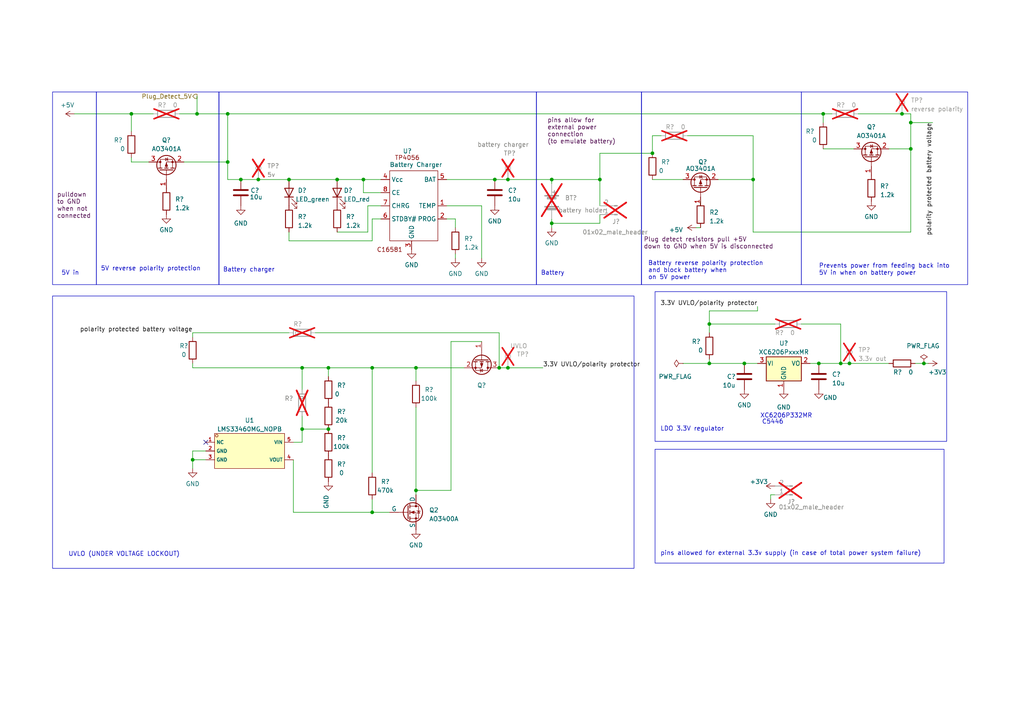
<source format=kicad_sch>
(kicad_sch (version 20230121) (generator eeschema)
  (paper "A4")
  (title_block (title "Power Subsystem Schematic") (date "2023-03-11") (rev "0.10") (company "UCT") (comment 1 "Author: Kian Frassek") (comment 2 "voltage regulation, undervoltage protection and reverse polarity protection circuitry") (comment 3 "Shows the battery, battery charger, "))
  (lib_symbols
    (symbol "Connector:Conn_01x02_Pin" (pin_names (offset 1.016) hide)
      (property "Reference" "J" (at 0 2.54 0))
      (property "Value" "Conn_01x02_Pin" (at 0 -5.08 0))
      (symbol "Conn_01x02_Pin_1_1"
        (polyline (pts (xy 1.27 -2.54) (xy 0.8636 -2.54)) (stroke (width 0.1524)))
        (polyline (pts (xy 1.27 0) (xy 0.8636 0)) (stroke (width 0.1524)))
        (rectangle (start 0.8636 -2.413) (end 0 -2.667) (stroke (width 0.1524)) (fill (type outline)))
        (rectangle (start 0.8636 0.127) (end 0 -0.127) (stroke (width 0.1524)) (fill (type outline)))
        (pin passive line (at 5.08 0 180) (length 3.81) (name "Pin_1") (number "1"))
        (pin passive line (at 5.08 -2.54 180) (length 3.81) (name "Pin_2") (number "2"))
      )
    )
    (symbol "Connector:TestPoint" (pin_numbers hide) (pin_names (offset 0.762) hide)
      (property "Reference" "TP" (at 0 6.858 0))
      (property "Value" "TestPoint" (at 0 5.08 0))
      (symbol "TestPoint_0_1"
        (circle (center 0 3.302) (radius 0.762))
      )
      (symbol "TestPoint_1_1"
        (pin passive line (at 0 0 90) (length 2.54) (name "1") (number "1"))
      )
    )
    (symbol "Device:Battery" (pin_numbers hide) (pin_names (offset 0) hide)
      (property "Reference" "BT" (at 2.54 2.54 0))
      (property "Value" "Battery" (at 2.54 0 0))
      (symbol "Battery_0_1"
        (rectangle (start -2.032 -1.397) (end 2.032 -1.651) (fill (type outline)))
        (rectangle (start -2.032 1.778) (end 2.032 1.524) (fill (type outline)))
        (rectangle (start -1.3208 -1.9812) (end 1.27 -2.4892) (fill (type outline)))
        (rectangle (start -1.3208 1.1938) (end 1.27 0.6858) (fill (type outline)))
        (polyline (pts (xy 0 -1.524) (xy 0 -1.27)))
        (polyline (pts (xy 0 -1.016) (xy 0 -0.762)))
        (polyline (pts (xy 0 -0.508) (xy 0 -0.254)))
        (polyline (pts (xy 0 0) (xy 0 0.254)))
        (polyline (pts (xy 0 0.508) (xy 0 0.762)))
        (polyline (pts (xy 0 1.778) (xy 0 2.54)))
        (polyline (pts (xy 0.254 2.667) (xy 1.27 2.667)) (stroke (width 0.254)))
        (polyline (pts (xy 0.762 3.175) (xy 0.762 2.159)) (stroke (width 0.254)))
      )
      (symbol "Battery_1_1"
        (pin passive line (at 0 5.08 270) (length 2.54) (name "+") (number "1"))
        (pin passive line (at 0 -5.08 90) (length 2.54) (name "-") (number "2"))
      )
    )
    (symbol "Device:C" (pin_numbers hide) (pin_names (offset 0.254))
      (property "Reference" "C" (at 0.635 2.54 0))
      (property "Value" "C" (at 0.635 -2.54 0))
      (symbol "C_0_1"
        (polyline (pts (xy -2.032 -0.762) (xy 2.032 -0.762)) (stroke (width 0.508)))
        (polyline (pts (xy -2.032 0.762) (xy 2.032 0.762)) (stroke (width 0.508)))
      )
      (symbol "C_1_1"
        (pin passive line (at 0 3.81 270) (length 2.794) (name "~") (number "1"))
        (pin passive line (at 0 -3.81 90) (length 2.794) (name "~") (number "2"))
      )
    )
    (symbol "Device:LED" (pin_numbers hide) (pin_names (offset 1.016) hide)
      (property "Reference" "D" (at 0 2.54 0))
      (property "Value" "LED" (at 0 -2.54 0))
      (symbol "LED_0_1"
        (polyline (pts (xy -1.27 -1.27) (xy -1.27 1.27)) (stroke (width 0.254)))
        (polyline (pts (xy -1.27 0) (xy 1.27 0)))
        (polyline (pts (xy 1.27 -1.27) (xy 1.27 1.27) (xy -1.27 0) (xy 1.27 -1.27)) (stroke (width 0.254)))
        (polyline (pts (xy -3.048 -0.762) (xy -4.572 -2.286) (xy -3.81 -2.286) (xy -4.572 -2.286) (xy -4.572 -1.524)))
        (polyline (pts (xy -1.778 -0.762) (xy -3.302 -2.286) (xy -2.54 -2.286) (xy -3.302 -2.286) (xy -3.302 -1.524)))
      )
      (symbol "LED_1_1"
        (pin passive line (at -3.81 0 0) (length 2.54) (name "K") (number "1"))
        (pin passive line (at 3.81 0 180) (length 2.54) (name "A") (number "2"))
      )
    )
    (symbol "Device:R" (pin_numbers hide) (pin_names (offset 0))
      (property "Reference" "R" (at 2.032 0 90))
      (property "Value" "R" (at 0 0 90))
      (symbol "R_0_1"
        (rectangle (start -1.016 -2.54) (end 1.016 2.54) (stroke (width 0.254)))
      )
      (symbol "R_1_1"
        (pin passive line (at 0 3.81 270) (length 1.27) (name "~") (number "1"))
        (pin passive line (at 0 -3.81 90) (length 1.27) (name "~") (number "2"))
      )
    )
    (symbol "Power comonentes:TP4056"
      (property "Reference" "U1" (at -1.2301 13.335 0))
      (property "Value" "Battery Charger" (at 1.27 9.398 0))
      (symbol "TP4056_0_1"
        (rectangle (start -6.35 7.62) (end 7.62 -12.7))
        (text "C16581" (at -6.35 -15.24 0) (effects (font (size 1.27 1.27))))
        (text "TP4056" (at -1.27 11.43 0) (effects (font (size 1.27 1.27))))
      )
      (symbol "TP4056_1_1"
        (pin input line (at 10.16 -2.54 180) (length 2.54) (name "TEMP") (number "1"))
        (pin input line (at 10.16 -6.35 180) (length 2.54) (name "PROG") (number "2"))
        (pin input line (at 0 -15.24 90) (length 2.54) (name "GND") (number "3"))
        (pin input line (at -8.89 5.08 0) (length 2.54) (name "Vcc") (number "4"))
        (pin input line (at 10.16 5.08 180) (length 2.54) (name "BAT") (number "5"))
        (pin input line (at -8.89 -6.35 0) (length 2.54) (name "STDBY#") (number "6"))
        (pin input line (at -8.89 -2.54 0) (length 2.54) (name "CHRG") (number "7"))
        (pin input line (at -8.89 1.27 0) (length 2.54) (name "CE") (number "8"))
      )
    )
    (symbol "Regulator_Linear:XC6206PxxxMR" (pin_names (offset 0.254))
      (property "Reference" "U" (at -3.81 3.175 0))
      (property "Value" "XC6206PxxxMR" (at 0 3.175 0))
      (symbol "XC6206PxxxMR_0_1"
        (rectangle (start -5.08 1.905) (end 5.08 -5.08) (stroke (width 0.254)) (fill (type background)))
      )
      (symbol "XC6206PxxxMR_1_1"
        (pin power_in line (at 0 -7.62 90) (length 2.54) (name "GND") (number "1"))
        (pin power_out line (at 7.62 0 180) (length 2.54) (name "VO") (number "2"))
        (pin power_in line (at -7.62 0 0) (length 2.54) (name "VI") (number "3"))
      )
    )
    (symbol "Simulation_SPICE:NMOS" (pin_numbers hide) (pin_names (offset 0))
      (property "Reference" "Q" (at 5.08 1.27 0))
      (property "Value" "NMOS" (at 5.08 -1.27 0))
      (symbol "NMOS_0_1"
        (polyline (pts (xy 0.254 0) (xy -2.54 0)))
        (polyline (pts (xy 0.254 1.905) (xy 0.254 -1.905)) (stroke (width 0.254)))
        (polyline (pts (xy 0.762 -1.27) (xy 0.762 -2.286)) (stroke (width 0.254)))
        (polyline (pts (xy 0.762 0.508) (xy 0.762 -0.508)) (stroke (width 0.254)))
        (polyline (pts (xy 0.762 2.286) (xy 0.762 1.27)) (stroke (width 0.254)))
        (polyline (pts (xy 2.54 2.54) (xy 2.54 1.778)))
        (polyline (pts (xy 2.54 -2.54) (xy 2.54 0) (xy 0.762 0)))
        (polyline (pts (xy 0.762 -1.778) (xy 3.302 -1.778) (xy 3.302 1.778) (xy 0.762 1.778)))
        (polyline (pts (xy 1.016 0) (xy 2.032 0.381) (xy 2.032 -0.381) (xy 1.016 0)) (fill (type outline)))
        (polyline (pts (xy 2.794 0.508) (xy 2.921 0.381) (xy 3.683 0.381) (xy 3.81 0.254)))
        (polyline (pts (xy 3.302 0.381) (xy 2.921 -0.254) (xy 3.683 -0.254) (xy 3.302 0.381)))
        (circle (center 1.651 0) (radius 2.794) (stroke (width 0.254)))
        (circle (center 2.54 -1.778) (radius 0.254) (fill (type outline)))
        (circle (center 2.54 1.778) (radius 0.254) (fill (type outline)))
      )
      (symbol "NMOS_1_1"
        (pin passive line (at 2.54 5.08 270) (length 2.54) (name "D") (number "1"))
        (pin input line (at -5.08 0 0) (length 2.54) (name "G") (number "2"))
        (pin passive line (at 2.54 -5.08 90) (length 2.54) (name "S") (number "3"))
      )
    )
    (symbol "Transistor_FET:AO3401A" (pin_names hide)
      (property "Reference" "Q" (at 5.08 1.905 0))
      (property "Value" "AO3401A" (at 5.08 0 0))
      (symbol "AO3401A_0_1"
        (polyline (pts (xy 0.254 0) (xy -2.54 0)))
        (polyline (pts (xy 0.254 1.905) (xy 0.254 -1.905)) (stroke (width 0.254)))
        (polyline (pts (xy 0.762 -1.27) (xy 0.762 -2.286)) (stroke (width 0.254)))
        (polyline (pts (xy 0.762 0.508) (xy 0.762 -0.508)) (stroke (width 0.254)))
        (polyline (pts (xy 0.762 2.286) (xy 0.762 1.27)) (stroke (width 0.254)))
        (polyline (pts (xy 2.54 2.54) (xy 2.54 1.778)))
        (polyline (pts (xy 2.54 -2.54) (xy 2.54 0) (xy 0.762 0)))
        (polyline (pts (xy 0.762 1.778) (xy 3.302 1.778) (xy 3.302 -1.778) (xy 0.762 -1.778)))
        (polyline (pts (xy 2.286 0) (xy 1.27 0.381) (xy 1.27 -0.381) (xy 2.286 0)) (fill (type outline)))
        (polyline (pts (xy 2.794 -0.508) (xy 2.921 -0.381) (xy 3.683 -0.381) (xy 3.81 -0.254)))
        (polyline (pts (xy 3.302 -0.381) (xy 2.921 0.254) (xy 3.683 0.254) (xy 3.302 -0.381)))
        (circle (center 1.651 0) (radius 2.794) (stroke (width 0.254)))
        (circle (center 2.54 -1.778) (radius 0.254) (fill (type outline)))
        (circle (center 2.54 1.778) (radius 0.254) (fill (type outline)))
      )
      (symbol "AO3401A_1_1"
        (pin input line (at -5.08 0 0) (length 2.54) (name "G") (number "1"))
        (pin passive line (at 2.54 -5.08 90) (length 2.54) (name "S") (number "2"))
        (pin passive line (at 2.54 5.08 270) (length 2.54) (name "D") (number "3"))
      )
    )
    (symbol "power:+3V3" (power) (pin_names (offset 0))
      (property "Value" "+3V3" (at 0 3.556 0))
      (symbol "+3V3_0_1"
        (polyline (pts (xy -0.762 1.27) (xy 0 2.54)))
        (polyline (pts (xy 0 0) (xy 0 2.54)))
        (polyline (pts (xy 0 2.54) (xy 0.762 1.27)))
      )
      (symbol "+3V3_1_1"
        (pin power_in line (at 0 0 90) (length 0) hide (name "+3V3") (number "1"))
      )
    )
    (symbol "power:+5V" (power) (pin_names (offset 0))
      (property "Value" "+5V" (at 0 3.556 0))
      (symbol "+5V_0_1"
        (polyline (pts (xy -0.762 1.27) (xy 0 2.54)))
        (polyline (pts (xy 0 0) (xy 0 2.54)))
        (polyline (pts (xy 0 2.54) (xy 0.762 1.27)))
      )
      (symbol "+5V_1_1"
        (pin power_in line (at 0 0 90) (length 0) hide (name "+5V") (number "1"))
      )
    )
    (symbol "power:GND" (power) (pin_names (offset 0))
      (property "Value" "GND" (at 0 -3.81 0))
      (symbol "GND_0_1"
        (polyline (pts (xy 0 0) (xy 0 -1.27) (xy 1.27 -1.27) (xy 0 -2.54) (xy -1.27 -1.27) (xy 0 -1.27)))
      )
      (symbol "GND_1_1"
        (pin power_in line (at 0 0 270) (length 0) hide (name "GND") (number "1"))
      )
    )
    (symbol "power:PWR_FLAG" (power) (pin_numbers hide) (pin_names (offset 0) hide)
      (property "Value" "PWR_FLAG" (at 0 3.81 0))
      (symbol "PWR_FLAG_0_0"
        (pin power_out line (at 0 0 90) (length 0) (name "pwr") (number "1"))
      )
      (symbol "PWR_FLAG_0_1"
        (polyline (pts (xy 0 0) (xy 0 1.27) (xy -1.016 1.905) (xy 0 2.54) (xy 1.016 1.905) (xy 0 1.27)))
      )
    )
    (symbol "power_components_library:LMS33460MG_NOPB"
      (property "Reference" "U" (at 0 1.27 0))
      (property "Value" "LMS33460MG_NOPB" (at 0 -2.54 0))
      (symbol "LMS33460MG_NOPB_0_1"
        (rectangle (start -10.16 5.08) (end 10.16 -5.08) (fill (type background)))
        (circle (center -9.525 4.445) (radius 0.381) (fill (type background)))
        (pin unspecified line (at -12.7 2.54 0) (length 2.54) (name "NC") (number "1"))
        (pin unspecified line (at -12.7 0 0) (length 2.54) (name "GND") (number "2"))
        (pin unspecified line (at -12.7 -2.54 0) (length 2.54) (name "GND") (number "3"))
        (pin unspecified line (at 12.7 -2.54 180) (length 2.54) (name "VOUT") (number "4"))
        (pin unspecified line (at 12.7 2.54 180) (length 2.54) (name "VIN") (number "5"))
      )
    )
  )
  (junction (at 87.63 124.46))
  (junction (at 57.15 33.02))
  (junction (at 237.49 105.41))
  (junction (at 264.16 43.18))
  (junction (at 246.38 105.41))
  (junction (at 261.62 33.02))
  (junction (at 97.79 52.07))
  (junction (at 147.32 106.68))
  (junction (at 95.25 124.46))
  (junction (at 87.63 106.68))
  (junction (at 120.65 106.68))
  (junction (at 205.74 105.41))
  (junction (at 83.82 52.07))
  (junction (at 120.65 142.24))
  (junction (at 143.51 52.07))
  (junction (at 173.99 52.07))
  (junction (at 243.84 105.41))
  (junction (at 267.97 105.41))
  (junction (at 105.41 52.07))
  (junction (at 107.95 106.68))
  (junction (at 55.88 133.35))
  (junction (at 215.9 105.41))
  (junction (at 160.02 52.07))
  (junction (at 66.04 33.02))
  (junction (at 107.95 148.59))
  (junction (at 38.1 33.02))
  (junction (at 189.23 44.45))
  (junction (at 264.16 35.56))
  (junction (at 238.76 33.02))
  (junction (at 66.04 46.99))
  (junction (at 205.74 93.98))
  (junction (at 144.78 106.68))
  (junction (at 74.93 52.07))
  (junction (at 218.44 52.07))
  (junction (at 160.02 64.77))
  (junction (at 69.85 52.07))
  (junction (at 147.32 52.07))
  (junction (at 95.25 106.68))
  (no_connect (at 59.69 128.27))
  (wire (pts (xy 143.51 52.07) (xy 147.32 52.07)))
  (wire (pts (xy 38.1 33.02) (xy 38.1 38.1)))
  (wire (pts (xy 120.65 106.68) (xy 120.65 110.49)))
  (wire (pts (xy 173.99 64.77) (xy 173.99 62.23)))
  (wire (pts (xy 97.79 67.31) (xy 106.68 67.31)))
  (wire (pts (xy 199.39 39.37) (xy 218.44 39.37)))
  (wire (pts (xy 95.25 106.68) (xy 107.95 106.68)))
  (wire (pts (xy 237.49 105.41) (xy 243.84 105.41)))
  (wire (pts (xy 160.02 52.07) (xy 173.99 52.07)))
  (wire (pts (xy 91.44 96.52) (xy 144.78 96.52)))
  (wire (pts (xy 129.54 59.69) (xy 139.7 59.69)))
  (wire (pts (xy 87.63 120.65) (xy 87.63 124.46)))
  (wire (pts (xy 57.15 33.02) (xy 66.04 33.02)))
  (wire (pts (xy 74.93 52.07) (xy 83.82 52.07)))
  (wire (pts (xy 87.63 124.46) (xy 87.63 128.27)))
  (wire (pts (xy 69.85 52.07) (xy 74.93 52.07)))
  (wire (pts (xy 120.65 106.68) (xy 134.62 106.68)))
  (wire (pts (xy 205.74 104.14) (xy 205.74 105.41)))
  (wire (pts (xy 107.95 144.78) (xy 107.95 148.59)))
  (wire (pts (xy 55.88 130.81) (xy 59.69 130.81)))
  (wire (pts (xy 234.95 105.41) (xy 237.49 105.41)))
  (wire (pts (xy 53.34 46.99) (xy 66.04 46.99)))
  (wire (pts (xy 219.71 90.17) (xy 219.71 88.9)))
  (wire (pts (xy 208.28 52.07) (xy 218.44 52.07)))
  (wire (pts (xy 147.32 52.07) (xy 160.02 52.07)))
  (wire (pts (xy 269.24 105.41) (xy 267.97 105.41)))
  (wire (pts (xy 267.97 105.41) (xy 265.43 105.41)))
  (wire (pts (xy 95.25 106.68) (xy 95.25 109.22)))
  (wire (pts (xy 55.88 135.89) (xy 55.88 133.35)))
  (wire (pts (xy 87.63 106.68) (xy 87.63 113.03)))
  (wire (pts (xy 120.65 142.24) (xy 130.81 142.24)))
  (wire (pts (xy 205.74 90.17) (xy 205.74 93.98)))
  (wire (pts (xy 55.88 106.68) (xy 87.63 106.68)))
  (wire (pts (xy 160.02 52.07) (xy 160.02 53.34)))
  (wire (pts (xy 215.9 105.41) (xy 219.71 105.41)))
  (wire (pts (xy 97.79 52.07) (xy 105.41 52.07)))
  (wire (pts (xy 120.65 118.11) (xy 120.65 142.24)))
  (wire (pts (xy 191.77 39.37) (xy 189.23 39.37)))
  (wire (pts (xy 87.63 106.68) (xy 95.25 106.68)))
  (wire (pts (xy 107.95 148.59) (xy 113.03 148.59)))
  (wire (pts (xy 66.04 52.07) (xy 69.85 52.07)))
  (wire (pts (xy 55.88 105.41) (xy 55.88 106.68)))
  (wire (pts (xy 243.84 93.98) (xy 243.84 105.41)))
  (wire (pts (xy 85.09 133.35) (xy 85.09 148.59)))
  (wire (pts (xy 173.99 44.45) (xy 173.99 52.07)))
  (wire (pts (xy 189.23 52.07) (xy 198.12 52.07)))
  (wire (pts (xy 144.78 96.52) (xy 144.78 106.68)))
  (wire (pts (xy 224.79 143.51) (xy 223.52 143.51)))
  (wire (pts (xy 83.82 52.07) (xy 97.79 52.07)))
  (wire (pts (xy 144.78 106.68) (xy 147.32 106.68)))
  (wire (pts (xy 139.7 59.69) (xy 139.7 74.93)))
  (wire (pts (xy 107.95 106.68) (xy 107.95 137.16)))
  (wire (pts (xy 203.2 66.04) (xy 201.93 66.04)))
  (wire (pts (xy 205.74 105.41) (xy 215.9 105.41)))
  (wire (pts (xy 110.49 55.88) (xy 105.41 55.88)))
  (wire (pts (xy 129.54 52.07) (xy 143.51 52.07)))
  (wire (pts (xy 238.76 33.02) (xy 238.76 35.56)))
  (wire (pts (xy 85.09 148.59) (xy 107.95 148.59)))
  (wire (pts (xy 246.38 105.41) (xy 257.81 105.41)))
  (wire (pts (xy 203.2 59.69) (xy 203.2 58.42)))
  (wire (pts (xy 87.63 124.46) (xy 95.25 124.46)))
  (wire (pts (xy 38.1 33.02) (xy 44.45 33.02)))
  (wire (pts (xy 83.82 67.31) (xy 83.82 69.85)))
  (wire (pts (xy 218.44 67.31) (xy 264.16 67.31)))
  (wire (pts (xy 264.16 35.56) (xy 264.16 33.02)))
  (wire (pts (xy 218.44 39.37) (xy 218.44 52.07)))
  (wire (pts (xy 66.04 46.99) (xy 66.04 52.07)))
  (wire (pts (xy 257.81 43.18) (xy 264.16 43.18)))
  (wire (pts (xy 261.62 33.02) (xy 248.92 33.02)))
  (wire (pts (xy 147.32 106.68) (xy 157.48 106.68)))
  (wire (pts (xy 232.41 93.98) (xy 243.84 93.98)))
  (wire (pts (xy 105.41 55.88) (xy 105.41 52.07)))
  (wire (pts (xy 132.08 63.5) (xy 129.54 63.5)))
  (wire (pts (xy 243.84 105.41) (xy 246.38 105.41)))
  (wire (pts (xy 38.1 46.99) (xy 38.1 45.72)))
  (wire (pts (xy 107.95 69.85) (xy 107.95 63.5)))
  (wire (pts (xy 120.65 142.24) (xy 120.65 143.51)))
  (wire (pts (xy 87.63 128.27) (xy 85.09 128.27)))
  (wire (pts (xy 205.74 93.98) (xy 224.79 93.98)))
  (wire (pts (xy 106.68 59.69) (xy 110.49 59.69)))
  (wire (pts (xy 132.08 66.04) (xy 132.08 63.5)))
  (wire (pts (xy 205.74 90.17) (xy 219.71 90.17)))
  (wire (pts (xy 66.04 33.02) (xy 238.76 33.02)))
  (wire (pts (xy 57.15 27.94) (xy 57.15 33.02)))
  (wire (pts (xy 173.99 44.45) (xy 189.23 44.45)))
  (wire (pts (xy 264.16 33.02) (xy 261.62 33.02)))
  (wire (pts (xy 55.88 133.35) (xy 55.88 130.81)))
  (wire (pts (xy 52.07 33.02) (xy 57.15 33.02)))
  (wire (pts (xy 106.68 67.31) (xy 106.68 59.69)))
  (wire (pts (xy 21.59 33.02) (xy 38.1 33.02)))
  (wire (pts (xy 130.81 142.24) (xy 130.81 99.06)))
  (wire (pts (xy 83.82 69.85) (xy 107.95 69.85)))
  (wire (pts (xy 43.18 46.99) (xy 38.1 46.99)))
  (wire (pts (xy 189.23 39.37) (xy 189.23 44.45)))
  (wire (pts (xy 160.02 64.77) (xy 160.02 66.04)))
  (wire (pts (xy 160.02 63.5) (xy 160.02 64.77)))
  (wire (pts (xy 55.88 96.52) (xy 83.82 96.52)))
  (wire (pts (xy 218.44 52.07) (xy 218.44 67.31)))
  (wire (pts (xy 205.74 93.98) (xy 205.74 96.52)))
  (wire (pts (xy 238.76 43.18) (xy 247.65 43.18)))
  (wire (pts (xy 205.74 105.41) (xy 198.12 105.41)))
  (wire (pts (xy 264.16 43.18) (xy 264.16 67.31)))
  (wire (pts (xy 130.81 99.06) (xy 139.7 99.06)))
  (wire (pts (xy 264.16 35.56) (xy 270.51 35.56)))
  (wire (pts (xy 264.16 35.56) (xy 264.16 43.18)))
  (wire (pts (xy 238.76 33.02) (xy 241.3 33.02)))
  (wire (pts (xy 173.99 52.07) (xy 173.99 59.69)))
  (wire (pts (xy 55.88 97.79) (xy 55.88 96.52)))
  (wire (pts (xy 107.95 106.68) (xy 120.65 106.68)))
  (wire (pts (xy 105.41 52.07) (xy 110.49 52.07)))
  (wire (pts (xy 59.69 133.35) (xy 55.88 133.35)))
  (wire (pts (xy 107.95 63.5) (xy 110.49 63.5)))
  (wire (pts (xy 223.52 143.51) (xy 223.52 144.78)))
  (wire (pts (xy 160.02 64.77) (xy 173.99 64.77)))
  (wire (pts (xy 132.08 73.66) (xy 132.08 74.93)))
  (wire (pts (xy 66.04 33.02) (xy 66.04 46.99)))
  (rectangle (start 189.992 84.582) (end 274.574 128.016))
  (rectangle (start 15.24 26.67) (end 27.94 82.55))
  (rectangle (start 63.5 26.67) (end 155.575 82.55))
  (rectangle (start 189.992 130.302) (end 273.812 163.322))
  (rectangle (start 155.575 26.67) (end 186.055 82.55))
  (rectangle (start 186.055 26.67) (end 232.41 82.55))
  (rectangle (start 232.41 26.67) (end 280.67 82.55))
  (rectangle (start 27.94 26.67) (end 63.5 82.55))
  (rectangle (start 15.24 85.852) (end 183.896 164.846))
  (text "C5446" (at 220.98 123.19 0) (effects (font (size 1.27 1.27)) (justify left bottom)))
  (text "5V reverse polarity protection" (at 29.21 78.74 0) (effects (font (size 1.27 1.27)) (justify left bottom)))
  (text "5V in" (at 17.78 80.01 0) (effects (font (size 1.27 1.27)) (justify left bottom)))
  (text "UVLO (UNDER VOLTAGE LOCKOUT)" (at 19.812 161.544 0) (effects (font (size 1.27 1.27)) (justify left bottom)))
  (text "Battery charger" (at 64.643 79.0702 0) (effects (font (size 1.27 1.27)) (justify left bottom)))
  (text "pulldown\nto GND\nwhen not\nconnected" (at 16.51 63.5 0) (effects (font (size 1.27 1.27)) (justify left bottom)))
  (text "XC6206P332MR" (at 220.472 121.412 0) (effects (font (size 1.27 1.27)) (justify left bottom)))
  (text "pins allow for\nexternal power \nconnection \n(to emulate battery)" (at 158.75 41.91 0) (effects (font (size 1.27 1.27)) (justify left bottom)))
  (text "Plug detect resistors pull +5V \ndown to GND when 5V is disconnected" (at 186.69 72.39 0) (effects (font (size 1.27 1.27)) (justify left bottom)))
  (text "LDO 3.3V regulator" (at 191.516 125.222 0) (effects (font (size 1.27 1.27)) (justify left bottom)))
  (text "pins allowed for external 3.3v supply (in case of total power system failure)" (at 191.516 161.29 0) (effects (font (size 1.27 1.27)) (justify left bottom)))
  (text "Battery reverse polarity protection\nand block battery when\non 5V power" (at 187.96 81.28 0) (effects (font (size 1.27 1.27)) (justify left bottom)))
  (text "Prevents power from feeding back into\n5V in when on battery power" (at 237.49 80.01 0) (effects (font (size 1.27 1.27)) (justify left bottom)))
  (text "Battery" (at 156.845 80.01 0) (effects (font (size 1.27 1.27)) (justify left bottom)))
  (label "polarity protected battery voltage" (at 55.88 96.52 180))
  (label "3.3V UVLO{slash}polarity protector" (at 157.48 106.68 0))
  (label "3.3V UVLO{slash}polarity protector" (at 219.71 88.9 180))
  (label "polarity protected battery voltage" (at 270.51 35.56 270))
  (hierarchical_label "Plug_Detect_5V" (shape output) (at 57.15 27.94 180))
  (symbol (lib_id "Device:R") (at 48.26 33.02 270) (unit 1) (in_bom no) (on_board no) (dnp yes)
    (property "Reference" "R?" (at 46.99 30.48 90))
    (property "Value" "0" (at 50.8 30.48 90))
    (property "Footprint" "JLCPartFootprints:R0603" (effects hide))
    (property "Extended Part Cost" "0" (effects hide))
    (property "JLC code" "C21189" (effects hide))
    (property "Part name" "0603WAF0000T5E" (effects hide))
    (property "cost per unit" "0,0010" (effects hide))
    (property "JLCPCB Part #" "C21189" (effects hide))
  )
  (symbol (lib_id "Connector:TestPoint") (at 261.62 33.02 0) (unit 1) (in_bom no) (on_board no) (dnp yes)
    (property "Reference" "TP?" (at 264.16 29.083 0) (effects (justify left)))
    (property "Value" "reverse polarity " (at 264.16 31.623 0) (effects (justify left)))
    (property "Footprint" "CustomFootprints:Testpoint" (effects hide))
    (property "Extended Part Cost" "0" (effects hide))
    (property "cost per unit" "0" (effects hide))
    (property "DNF" "X" (effects hide))
  )
  (symbol (lib_id "power:GND") (at 160.02 66.04 0) (unit 1)
    (property "Reference" "#PWR?" (effects hide))
    (property "Value" "GND" (at 160.02 70.485 0))
  )
  (symbol (lib_id "Simulation_SPICE:NMOS") (at 118.11 148.59 0) (unit 1)
    (property "Reference" "Q2" (at 124.46 147.955 0) (effects (justify left)))
    (property "Value" "AO3400A" (at 124.46 150.495 0) (effects (justify left)))
    (property "Footprint" "JLCPartFootprints:SOT-23_L2.9-W1.3-P1.90-LS2.4-BR" (effects hide))
    (property "Datasheet" "https://ngspice.sourceforge.io/docs/ngspice-manual.pdf" (effects hide))
    (property "Extended Part Cost" "0" (effects hide))
    (property "JLC code" "C20917" (effects hide))
    (property "Part name" "AO3400A" (effects hide))
    (property "JLCPCB Part #" "C20917" (effects hide))
  )
  (symbol (lib_id "power:+3V3") (at 269.24 105.41 270) (unit 1)
    (property "Reference" "#PWR?" (effects hide))
    (property "Value" "+3V3" (at 269.24 107.95 90) (effects (justify left)))
  )
  (symbol (lib_id "Connector:TestPoint") (at 74.93 52.07 0) (unit 1) (in_bom no) (on_board no) (dnp yes)
    (property "Reference" "TP?" (at 77.47 48.133 0) (effects (justify left)))
    (property "Value" "5v" (at 77.47 50.673 0) (effects (justify left)))
    (property "Footprint" "CustomFootprints:Testpoint" (effects hide))
    (property "Extended Part Cost" "0" (effects hide))
    (property "cost per unit" "0" (effects hide))
    (property "DNF" "X" (effects hide))
  )
  (symbol (lib_id "Device:LED") (at 97.79 55.88 90) (unit 1)
    (property "Reference" "D?" (at 99.695 55.245 90) (effects (justify right)))
    (property "Value" "LED_red" (at 99.695 57.785 90) (effects (justify right)))
    (property "Footprint" "JLCPartFootprints:LED0603-RD" (effects hide))
    (property "Extended Part Cost" "0" (effects hide))
    (property "JLC code" "C2286" (effects hide))
    (property "Part name" "KT-0603R" (effects hide))
    (property "cost per unit" "0.0054" (effects hide))
    (property "JLCPCB Part #" "C2286" (effects hide))
  )
  (symbol (lib_id "Regulator_Linear:XC6206PxxxMR") (at 227.33 105.41 0) (unit 1)
    (property "Reference" "U?" (at 227.33 99.568 0))
    (property "Value" "XC6206PxxxMR" (at 227.33 102.108 0))
    (property "Footprint" "JLCPartFootprints:SOT-23-3_L2.9-W1.6-P1.90-LS2.8-BR" (effects hide))
    (property "Datasheet" "https://www.torexsemi.com/file/xc6206/XC6206.pdf" (effects hide))
    (property "Extended Part Cost" "0" (effects hide))
    (property "JLC code" "C5446" (effects hide))
    (property "Part name" "XC6206P332MR" (effects hide))
    (property "cost per unit" "0,0964" (effects hide))
    (property "JLCPCB Part #" "C5446" (effects hide))
  )
  (symbol (lib_id "power_components_library:LMS33460MG_NOPB") (at 72.39 130.81 0) (unit 1)
    (property "Reference" "U1" (at 72.39 121.92 0))
    (property "Value" "LMS33460MG_NOPB" (at 72.39 124.46 0))
    (property "Footprint" "JLCPartFootprints:SC-70-5_L2.1-W1.3-P0.65-LS2.1-BR" (effects hide))
    (property "Datasheet" "https://atta.szlcsc.com/upload/public/pdf/source/20180404/C202268_2B9476A784C7F34EA71CCBA8021E516C.pdf" (effects hide))
    (property "Extended Part Cost" "3" (effects hide))
    (property "JLC code" "C95686" (effects hide))
    (property "Part name" "LMS33460MG_NOPB" (effects hide))
    (property "JLCPCB Part #" "C95686" (effects hide))
  )
  (symbol (lib_id "power:+5V") (at 201.93 66.04 90) (unit 1)
    (property "Reference" "#PWR01" (effects hide))
    (property "Value" "+5V" (at 198.12 66.675 90) (effects (justify left)))
  )
  (symbol (lib_id "Transistor_FET:AO3401A") (at 252.73 45.72 90) (unit 1)
    (property "Reference" "Q?" (at 252.73 36.83 90))
    (property "Value" "AO3401A" (at 252.73 39.37 90))
    (property "Footprint" "JLCPartFootprints:SOT-23_L2.9-W1.3-P1.90-LS2.4-BR" (effects hide))
    (property "Datasheet" "http://www.aosmd.com/pdfs/datasheet/AO3401A.pdf" (effects hide))
    (property "Extended Part Cost" "0" (effects hide))
    (property "JLC code" "C15127" (effects hide))
    (property "Part name" "AO3401A" (effects hide))
    (property "cost per unit" "0,07965" (effects hide))
    (property "JLCPCB Part #" "C15127" (effects hide))
  )
  (symbol (lib_id "power:GND") (at 237.49 113.03 0) (unit 1)
    (property "Reference" "#PWR?" (effects hide))
    (property "Value" "GND" (at 240.792 115.316 0))
  )
  (symbol (lib_id "power:GND") (at 55.88 135.89 0) (unit 1)
    (property "Reference" "#PWR?" (effects hide))
    (property "Value" "GND" (at 55.88 140.335 0))
  )
  (symbol (lib_id "Connector:Conn_01x02_Pin") (at 229.87 143.51 180) (unit 1) (in_bom no) (on_board no) (dnp yes)
    (property "Reference" "J?" (at 228.346 145.542 0) (effects (justify right)))
    (property "Value" "01x02_male_header" (at 225.806 147.066 0) (effects (justify right)))
    (property "Footprint" "Connector_PinHeader_2.54mm:PinHeader_1x02_P2.54mm_Vertical" (effects hide))
    (property "DNF" "X" (effects hide))
    (property "Extended Part Cost" "0" (effects hide))
    (property "cost per unit" "0" (effects hide))
  )
  (symbol (lib_id "power:GND") (at 139.7 74.93 0) (unit 1)
    (property "Reference" "#PWR?" (effects hide))
    (property "Value" "GND" (at 139.7 79.375 0))
  )
  (symbol (lib_id "Device:LED") (at 83.82 55.88 90) (unit 1)
    (property "Reference" "D?" (at 86.36 55.245 90) (effects (justify right)))
    (property "Value" "LED_green" (at 85.725 57.785 90) (effects (justify right)))
    (property "Footprint" "JLCPartFootprints:LED0603-RD" (effects hide))
    (property "Extended Part Cost" "0" (effects hide))
    (property "JLC code" "C72043" (effects hide))
    (property "Part name" "19-217/GHC-YR1S2/3T" (effects hide))
    (property "cost per unit" "0.0264" (effects hide))
    (property "JLCPCB Part #" "C72043" (effects hide))
  )
  (symbol (lib_id "Device:R") (at 83.82 63.5 0) (unit 1)
    (property "Reference" "R?" (at 86.36 62.865 0) (effects (justify left)))
    (property "Value" "1.2k" (at 86.36 65.405 0) (effects (justify left)))
    (property "Footprint" "JLCPartFootprints:R0805" (effects hide))
    (property "Extended Part Cost" "0" (effects hide))
    (property "JLC code" "C17630" (effects hide))
    (property "Part name" "0805W8F3300T5E" (effects hide))
    (property "cost per unit" "0,0016" (effects hide))
    (property "JLCPCB Part #" "C17630" (effects hide))
  )
  (symbol (lib_id "power:GND") (at 69.85 59.69 0) (unit 1)
    (property "Reference" "#PWR?" (effects hide))
    (property "Value" "GND" (at 69.85 64.77 0))
  )
  (symbol (lib_id "Device:R") (at 228.6 93.98 270) (unit 1) (in_bom no) (on_board no) (dnp yes)
    (property "Reference" "R?" (at 226.06 96.52 90))
    (property "Value" "0" (at 229.87 96.52 90))
    (property "Footprint" "JLCPartFootprints:R0603" (effects hide))
    (property "Extended Part Cost" "0" (effects hide))
    (property "JLC code" "C21189" (effects hide))
    (property "Part name" "0603WAF0000T5E" (effects hide))
    (property "cost per unit" "0,0010" (effects hide))
    (property "JLCPCB Part #" "C21189" (effects hide))
  )
  (symbol (lib_id "Device:R") (at 48.26 58.42 0) (unit 1)
    (property "Reference" "R?" (at 50.8 57.785 0) (effects (justify left)))
    (property "Value" "1.2k" (at 50.8 60.325 0) (effects (justify left)))
    (property "Footprint" "JLCPartFootprints:R0805" (effects hide))
    (property "Extended Part Cost" "0" (effects hide))
    (property "JLC code" "C17630" (effects hide))
    (property "Part name" "0805W8F3300T5E" (effects hide))
    (property "cost per unit" "0,0016" (effects hide))
    (property "JLCPCB Part #" "C17630" (effects hide))
  )
  (symbol (lib_id "Device:R") (at 87.63 116.84 0) (unit 1) (in_bom no) (on_board no) (dnp yes)
    (property "Reference" "R?" (at 83.82 115.57 0))
    (property "Value" "0" (at 87.376 115.316 90))
    (property "Footprint" "JLCPartFootprints:R0603" (effects hide))
    (property "Extended Part Cost" "0" (effects hide))
    (property "JLC code" "C21189" (effects hide))
    (property "Part name" "0603WAF0000T5E" (effects hide))
    (property "cost per unit" "0,0010" (effects hide))
    (property "JLCPCB Part #" "C21189" (effects hide))
  )
  (symbol (lib_id "power:PWR_FLAG") (at 198.12 105.41 90) (unit 1)
    (property "Reference" "#FLG03" (effects hide))
    (property "Value" "PWR_FLAG" (at 200.66 109.22 90) (effects (justify left)))
  )
  (symbol (lib_id "Device:R") (at 203.2 62.23 180) (unit 1)
    (property "Reference" "R2" (at 205.74 61.595 0) (effects (justify right)))
    (property "Value" "1.2k" (at 205.74 64.135 0) (effects (justify right)))
    (property "Footprint" "JLCPartFootprints:R0805" (effects hide))
    (property "Extended Part Cost" "0" (effects hide))
    (property "JLC code" "C17630" (effects hide))
    (property "Part name" "0805W8F3300T5E" (effects hide))
    (property "cost per unit" "0,0016" (effects hide))
    (property "JLCPCB Part #" "C17630" (effects hide))
  )
  (symbol (lib_id "Device:R") (at 95.25 120.65 180) (unit 1)
    (property "Reference" "R?" (at 99.06 119.38 0))
    (property "Value" "20k" (at 99.06 121.92 0))
    (property "Footprint" "JLCPartFootprints:R0603" (effects hide))
    (property "Extended Part Cost" "0" (effects hide))
    (property "JLC code" "C4184" (effects hide))
    (property "Part name" "0603WAF2002T5E" (effects hide))
    (property "JLCPCB Part #" "C4184" (effects hide))
  )
  (symbol (lib_id "power:GND") (at 223.52 144.78 0) (unit 1)
    (property "Reference" "#PWR?" (effects hide))
    (property "Value" "GND" (at 223.52 149.225 0))
  )
  (symbol (lib_id "Transistor_FET:AO3401A") (at 48.26 49.53 90) (unit 1)
    (property "Reference" "Q?" (at 48.26 40.64 90))
    (property "Value" "AO3401A" (at 48.26 43.18 90))
    (property "Footprint" "JLCPartFootprints:SOT-23_L2.9-W1.3-P1.90-LS2.4-BR" (effects hide))
    (property "Datasheet" "http://www.aosmd.com/pdfs/datasheet/AO3401A.pdf" (effects hide))
    (property "Extended Part Cost" "0" (effects hide))
    (property "JLC code" "C15127" (effects hide))
    (property "Part name" "AO3401A" (effects hide))
    (property "cost per unit" "0,07965" (effects hide))
    (property "JLCPCB Part #" "C15127" (effects hide))
  )
  (symbol (lib_id "Device:R") (at 189.23 48.26 180) (unit 1)
    (property "Reference" "R?" (at 193.04 46.99 0))
    (property "Value" "0" (at 191.77 49.53 0))
    (property "Footprint" "JLCPartFootprints:R0603" (effects hide))
    (property "Extended Part Cost" "0" (effects hide))
    (property "JLC code" "C21189" (effects hide))
    (property "Part name" "0603WAF0000T5E" (effects hide))
    (property "cost per unit" "0,0010" (effects hide))
    (property "JLCPCB Part #" "C21189" (effects hide))
  )
  (symbol (lib_id "Device:C") (at 215.9 109.22 0) (unit 1)
    (property "Reference" "C?" (at 210.82 109.22 0) (effects (justify left)))
    (property "Value" "10u" (at 209.55 111.76 0) (effects (justify left)))
    (property "Footprint" "JLCPartFootprints:C0603" (effects hide))
    (property "Extended Part Cost" "0" (effects hide))
    (property "JLC code" "C19702" (effects hide))
    (property "Part name" "CL10A106KP8NNNC" (effects hide))
    (property "cost per unit" "0,0066" (effects hide))
    (property "JLCPCB Part #" "C19702" (effects hide))
  )
  (symbol (lib_id "power:+5V") (at 21.59 33.02 90) (unit 1)
    (property "Reference" "#PWR?" (effects hide))
    (property "Value" "+5V" (at 21.59 30.48 90) (effects (justify left)))
  )
  (symbol (lib_id "power:+3V3") (at 224.79 140.97 90) (unit 1)
    (property "Reference" "#PWR?" (effects hide))
    (property "Value" "+3V3" (at 222.758 139.7 90) (effects (justify left)))
  )
  (symbol (lib_id "Device:C") (at 143.51 55.88 0) (unit 1)
    (property "Reference" "C?" (at 147.32 55.245 0) (effects (justify left)))
    (property "Value" "10u" (at 147.32 57.785 0) (effects (justify left)))
    (property "Footprint" "JLCPartFootprints:C0603" (effects hide))
    (property "Extended Part Cost" "0" (effects hide))
    (property "JLC code" "C19702" (effects hide))
    (property "Part name" "CL10A106KP8NNNC" (effects hide))
    (property "cost per unit" "0,0066" (effects hide))
    (property "JLCPCB Part #" "C19702" (effects hide))
  )
  (symbol (lib_id "Device:R") (at 245.11 33.02 270) (unit 1) (in_bom no) (on_board no) (dnp yes)
    (property "Reference" "R?" (at 243.84 30.48 90))
    (property "Value" "0" (at 247.65 30.48 90))
    (property "Footprint" "JLCPartFootprints:R0603" (effects hide))
    (property "Extended Part Cost" "0" (effects hide))
    (property "JLC code" "C21189" (effects hide))
    (property "Part name" "0603WAF0000T5E" (effects hide))
    (property "cost per unit" "0,0010" (effects hide))
    (property "JLCPCB Part #" "C21189" (effects hide))
  )
  (symbol (lib_id "Device:R") (at 205.74 100.33 180) (unit 1)
    (property "Reference" "R?" (at 201.93 99.06 0))
    (property "Value" "0" (at 203.2 101.6 0))
    (property "Footprint" "JLCPartFootprints:R0603" (effects hide))
    (property "Extended Part Cost" "0" (effects hide))
    (property "JLC code" "C21189" (effects hide))
    (property "Part name" "0603WAF0000T5E" (effects hide))
    (property "cost per unit" "0,0010" (effects hide))
    (property "JLCPCB Part #" "C21189" (effects hide))
  )
  (symbol (lib_id "Device:R") (at 95.25 135.89 0) (unit 1)
    (property "Reference" "R?" (at 99.06 134.62 0))
    (property "Value" "0" (at 99.06 137.16 0))
    (property "Footprint" "JLCPartFootprints:R0603" (effects hide))
    (property "Extended Part Cost" "0" (effects hide))
    (property "JLC code" "C21189" (effects hide))
    (property "Part name" "0603WAF0000T5E" (effects hide))
    (property "cost per unit" "0,0010" (effects hide))
    (property "JLCPCB Part #" "C21189" (effects hide))
  )
  (symbol (lib_id "Device:R") (at 87.63 96.52 90) (unit 1) (in_bom no) (on_board no) (dnp yes)
    (property "Reference" "R?" (at 86.36 93.98 90))
    (property "Value" "0" (at 86.106 96.774 90))
    (property "Footprint" "JLCPartFootprints:R0603" (effects hide))
    (property "Extended Part Cost" "0" (effects hide))
    (property "JLC code" "C21189" (effects hide))
    (property "Part name" "0603WAF0000T5E" (effects hide))
    (property "cost per unit" "0,0010" (effects hide))
    (property "JLCPCB Part #" "C21189" (effects hide))
  )
  (symbol (lib_id "Device:R") (at 195.58 39.37 270) (unit 1) (in_bom no) (on_board no) (dnp yes)
    (property "Reference" "R?" (at 194.31 36.83 90))
    (property "Value" "0" (at 198.12 36.83 90))
    (property "Footprint" "JLCPartFootprints:R0603" (effects hide))
    (property "Extended Part Cost" "0" (effects hide))
    (property "JLC code" "C21189" (effects hide))
    (property "Part name" "0603WAF0000T5E" (effects hide))
    (property "cost per unit" "0,0010" (effects hide))
    (property "JLCPCB Part #" "C21189" (effects hide))
  )
  (symbol (lib_id "power:PWR_FLAG") (at 267.97 105.41 0) (unit 1)
    (property "Reference" "#FLG03" (effects hide))
    (property "Value" "PWR_FLAG" (at 262.89 100.33 0) (effects (justify left)))
  )
  (symbol (lib_id "power:GND") (at 95.25 139.7 0) (unit 1)
    (property "Reference" "#PWR?" (effects hide))
    (property "Value" "GND" (at 94.615 143.51 90) (effects (justify right)))
  )
  (symbol (lib_id "power:GND") (at 143.51 59.69 0) (unit 1)
    (property "Reference" "#PWR?" (effects hide))
    (property "Value" "GND" (at 143.51 64.135 0))
  )
  (symbol (lib_id "power:GND") (at 119.38 72.39 0) (unit 1)
    (property "Reference" "#PWR?" (effects hide))
    (property "Value" "GND" (at 119.38 76.835 0))
  )
  (symbol (lib_id "power:GND") (at 132.08 74.93 0) (unit 1)
    (property "Reference" "#PWR?" (effects hide))
    (property "Value" "GND" (at 132.08 79.375 0))
  )
  (symbol (lib_id "Transistor_FET:AO3401A") (at 203.2 54.61 90) (unit 1)
    (property "Reference" "Q?" (at 203.835 46.99 90))
    (property "Value" "AO3401A" (at 203.2 48.895 90))
    (property "Footprint" "JLCPartFootprints:SOT-23_L2.9-W1.3-P1.90-LS2.4-BR" (effects hide))
    (property "Datasheet" "http://www.aosmd.com/pdfs/datasheet/AO3401A.pdf" (effects hide))
    (property "Extended Part Cost" "0" (effects hide))
    (property "JLC code" "C15127" (effects hide))
    (property "Part name" "AO3401A" (effects hide))
    (property "cost per unit" "0,07965" (effects hide))
    (property "JLCPCB Part #" "C15127" (effects hide))
  )
  (symbol (lib_id "power:GND") (at 215.9 113.03 0) (unit 1)
    (property "Reference" "#PWR?" (effects hide))
    (property "Value" "GND" (at 215.9 117.475 0))
  )
  (symbol (lib_id "power:GND") (at 227.33 113.03 0) (unit 1)
    (property "Reference" "#PWR?" (effects hide))
    (property "Value" "GND" (at 227.33 118.11 0))
  )
  (symbol (lib_id "Device:R") (at 261.62 105.41 270) (unit 1)
    (property "Reference" "R?" (at 260.35 107.95 90))
    (property "Value" "0" (at 264.16 107.95 90))
    (property "Footprint" "JLCPartFootprints:R0603" (effects hide))
    (property "Extended Part Cost" "0" (effects hide))
    (property "JLC code" "C21189" (effects hide))
    (property "Part name" "0603WAF0000T5E" (effects hide))
    (property "cost per unit" "0,0010" (effects hide))
    (property "JLCPCB Part #" "C21189" (effects hide))
  )
  (symbol (lib_id "Device:R") (at 120.65 114.3 0) (unit 1)
    (property "Reference" "R?" (at 124.46 113.03 0))
    (property "Value" "100k" (at 124.46 115.57 0))
    (property "Footprint" "JLCPartFootprints:R0805" (effects hide))
    (property "Extended Part Cost" "0" (effects hide))
    (property "JLC code" "C149504" (effects hide))
    (property "Part name" "0805W8F1003T5E" (effects hide))
    (property "JLCPCB Part #" "C149504" (effects hide))
  )
  (symbol (lib_id "power:GND") (at 48.26 62.23 0) (unit 1)
    (property "Reference" "#PWR?" (effects hide))
    (property "Value" "GND" (at 48.26 66.675 0))
  )
  (symbol (lib_id "Device:C") (at 237.49 109.22 0) (unit 1)
    (property "Reference" "C?" (at 241.3 108.585 0) (effects (justify left)))
    (property "Value" "10u" (at 241.3 111.125 0) (effects (justify left)))
    (property "Footprint" "JLCPartFootprints:C0603" (effects hide))
    (property "Extended Part Cost" "0" (effects hide))
    (property "JLC code" "C19702" (effects hide))
    (property "Part name" "CL10A106KP8NNNC" (effects hide))
    (property "cost per unit" "0,0066" (effects hide))
    (property "JLCPCB Part #" "C19702" (effects hide))
  )
  (symbol (lib_id "Transistor_FET:AO3401A") (at 139.7 104.14 270) (unit 1)
    (property "Reference" "Q?" (at 139.7 111.76 90))
    (property "Value" "AO3401A" (effects hide))
    (property "Footprint" "JLCPartFootprints:SOT-23_L2.9-W1.3-P1.90-LS2.4-BR" (effects hide))
    (property "Datasheet" "http://www.aosmd.com/pdfs/datasheet/AO3401A.pdf" (effects hide))
    (property "Extended Part Cost" "0" (effects hide))
    (property "JLC code" "C15127" (effects hide))
    (property "Part name" "AO3401A" (effects hide))
    (property "cost per unit" "0,07965" (effects hide))
    (property "JLCPCB Part #" "C15127" (effects hide))
  )
  (symbol (lib_id "Device:R") (at 252.73 54.61 0) (unit 1)
    (property "Reference" "R?" (at 255.27 53.975 0) (effects (justify left)))
    (property "Value" "1.2k" (at 255.27 56.515 0) (effects (justify left)))
    (property "Footprint" "JLCPartFootprints:R0805" (effects hide))
    (property "Extended Part Cost" "0" (effects hide))
    (property "JLC code" "C17630" (effects hide))
    (property "Part name" "0805W8F3300T5E" (effects hide))
    (property "cost per unit" "0,0016" (effects hide))
    (property "JLCPCB Part #" "C17630" (effects hide))
  )
  (symbol (lib_id "Device:R") (at 107.95 140.97 0) (unit 1)
    (property "Reference" "R?" (at 111.76 139.7 0))
    (property "Value" "470k" (at 111.76 142.24 0))
    (property "Footprint" "JLCPartFootprints:R0805" (effects hide))
    (property "Extended Part Cost" "0" (effects hide))
    (property "JLC code" "C17709" (effects hide))
    (property "Part name" "0805W8F4703T5E" (effects hide))
    (property "JLCPCB Part #" "C17709" (effects hide))
  )
  (symbol (lib_id "Device:R") (at 132.08 69.85 0) (unit 1)
    (property "Reference" "R?" (at 134.62 69.215 0) (effects (justify left)))
    (property "Value" "1.2k" (at 134.62 71.755 0) (effects (justify left)))
    (property "Footprint" "JLCPartFootprints:R0805" (effects hide))
    (property "Extended Part Cost" "0" (effects hide))
    (property "JLC code" "C17630" (effects hide))
    (property "Part name" "0805W8F3300T5E" (effects hide))
    (property "cost per unit" "0,0016" (effects hide))
    (property "JLCPCB Part #" "C17630" (effects hide))
  )
  (symbol (lib_id "Connector:TestPoint") (at 147.32 106.68 0) (unit 1) (in_bom no) (on_board no) (dnp yes)
    (property "Reference" "TP?" (at 149.86 102.743 0) (effects (justify left)))
    (property "Value" "UVLO" (at 147.955 100.33 0) (effects (justify left)))
    (property "Footprint" "CustomFootprints:Testpoint" (effects hide))
    (property "Extended Part Cost" "0" (effects hide))
    (property "cost per unit" "0" (effects hide))
  )
  (symbol (lib_id "power:GND") (at 120.65 153.67 0) (unit 1)
    (property "Reference" "#PWR?" (effects hide))
    (property "Value" "GND" (at 120.65 158.115 0))
  )
  (symbol (lib_id "Device:R") (at 95.25 113.03 0) (unit 1)
    (property "Reference" "R?" (at 99.06 111.76 0))
    (property "Value" "0" (at 97.79 114.3 0))
    (property "Footprint" "JLCPartFootprints:R0603" (effects hide))
    (property "Extended Part Cost" "0" (effects hide))
    (property "JLC code" "C21189" (effects hide))
    (property "Part name" "0603WAF0000T5E" (effects hide))
    (property "cost per unit" "0,0010" (effects hide))
    (property "JLCPCB Part #" "C21189" (effects hide))
  )
  (symbol (lib_id "Connector:TestPoint") (at 246.38 105.41 0) (unit 1) (in_bom no) (on_board no) (dnp yes)
    (property "Reference" "TP?" (at 248.92 101.473 0) (effects (justify left)))
    (property "Value" "3.3v out" (at 248.92 104.013 0) (effects (justify left)))
    (property "Footprint" "CustomFootprints:Testpoint" (effects hide))
    (property "Extended Part Cost" "0" (effects hide))
    (property "cost per unit" "0" (effects hide))
    (property "DNF" "X" (effects hide))
  )
  (symbol (lib_id "Device:R") (at 95.25 128.27 180) (unit 1)
    (property "Reference" "R?" (at 99.06 127 0))
    (property "Value" "100k" (at 99.06 129.54 0))
    (property "Footprint" "JLCPartFootprints:R0805" (effects hide))
    (property "Extended Part Cost" "0" (effects hide))
    (property "JLC code" "C149504" (effects hide))
    (property "Part name" "0805W8F1003T5E" (effects hide))
    (property "JLCPCB Part #" "C149504" (effects hide))
  )
  (symbol (lib_id "power:GND") (at 252.73 58.42 0) (unit 1)
    (property "Reference" "#PWR?" (effects hide))
    (property "Value" "GND" (at 252.73 62.865 0))
  )
  (symbol (lib_id "Connector:Conn_01x02_Pin") (at 179.07 62.23 180) (unit 1) (in_bom no) (on_board no) (dnp yes)
    (property "Reference" "J?" (at 177.546 64.262 0) (effects (justify right)))
    (property "Value" "01x02_male_header" (at 168.91 67.31 0) (effects (justify right)))
    (property "Footprint" "Connector_PinHeader_2.54mm:PinHeader_1x02_P2.54mm_Vertical" (effects hide))
    (property "DNF" "X" (effects hide))
    (property "Extended Part Cost" "0" (effects hide))
    (property "cost per unit" "0" (effects hide))
  )
  (symbol (lib_id "Device:R") (at 97.79 63.5 180) (unit 1)
    (property "Reference" "R?" (at 100.33 62.865 0) (effects (justify right)))
    (property "Value" "1.2k" (at 100.33 65.405 0) (effects (justify right)))
    (property "Footprint" "JLCPartFootprints:R0805" (effects hide))
    (property "Extended Part Cost" "0" (effects hide))
    (property "JLC code" "C17630" (effects hide))
    (property "Part name" "0805W8F3300T5E" (effects hide))
    (property "cost per unit" "0,0016" (effects hide))
    (property "JLCPCB Part #" "C17630" (effects hide))
  )
  (symbol (lib_id "Device:R") (at 238.76 39.37 180) (unit 1)
    (property "Reference" "R?" (at 234.95 38.1 0))
    (property "Value" "0" (at 236.22 40.64 0))
    (property "Footprint" "JLCPartFootprints:R0603" (effects hide))
    (property "Extended Part Cost" "0" (effects hide))
    (property "JLC code" "C21189" (effects hide))
    (property "Part name" "0603WAF0000T5E" (effects hide))
    (property "cost per unit" "0,0010" (effects hide))
    (property "JLCPCB Part #" "C21189" (effects hide))
  )
  (symbol (lib_id "Device:C") (at 69.85 55.88 0) (unit 1)
    (property "Reference" "C?" (at 72.644 55.245 0) (effects (justify left)))
    (property "Value" "10u" (at 72.39 57.15 0) (effects (justify left)))
    (property "Footprint" "JLCPartFootprints:C0603" (effects hide))
    (property "Extended Part Cost" "0" (effects hide))
    (property "JLC code" "C19702" (effects hide))
    (property "Part name" "CL10A106KP8NNNC" (effects hide))
    (property "cost per unit" "0,0066" (effects hide))
    (property "JLCPCB Part #" "C19702" (effects hide))
  )
  (symbol (lib_id "Device:Battery") (at 160.02 58.42 0) (unit 1) (in_bom no) (on_board no) (dnp yes)
    (property "Reference" "BT?" (at 163.83 57.404 0) (effects (justify left)))
    (property "Value" "battery holder" (at 161.925 60.96 0) (effects (justify left)))
    (property "Footprint" "JLCPartFootprints:BATTERY-SMD_18650-1S-L77.1-W20.7-1" (effects hide))
    (property "DNF" "X" (effects hide))
    (property "Extended Part Cost" "0" (effects hide))
    (property "JLC code" "C2988620" (effects hide))
    (property "Part name" "BH-18650-B1BA002" (effects hide))
    (property "cost per unit" "0" (effects hide))
    (property "JLCPCB Part #" "C2988620" (effects hide))
  )
  (symbol (lib_id "Connector:TestPoint") (at 147.32 52.07 0) (unit 1) (in_bom no) (on_board no) (dnp yes)
    (property "Reference" "TP?" (at 146.05 44.45 0) (effects (justify left)))
    (property "Value" "battery charger" (at 138.43 41.91 0) (effects (justify left)))
    (property "Footprint" "CustomFootprints:Testpoint" (effects hide))
    (property "Extended Part Cost" "0" (effects hide))
    (property "cost per unit" "0" (effects hide))
    (property "DNF" "X" (effects hide))
  )
  (symbol (lib_id "Device:R") (at 38.1 41.91 180) (unit 1)
    (property "Reference" "R?" (at 34.29 40.64 0))
    (property "Value" "0" (at 35.56 43.18 0))
    (property "Footprint" "JLCPartFootprints:R0603" (effects hide))
    (property "Extended Part Cost" "0" (effects hide))
    (property "JLC code" "C21189" (effects hide))
    (property "Part name" "0603WAF0000T5E" (effects hide))
    (property "cost per unit" "0,0010" (effects hide))
    (property "JLCPCB Part #" "C21189" (effects hide))
  )
  (symbol (lib_id "Power comonentes:TP4056") (at 119.38 57.15 0) (unit 1)
    (property "Reference" "U?" (at 118.1499 43.815 0))
    (property "Value" "Battery Charger" (at 120.65 47.752 0))
    (property "Footprint" "JLCPartFootprints:ESOP-8_L4.9-W3.9-P1.27-LS6.0-BL-EP" (effects hide))
    (property "Extended Part Cost" "0" (effects hide))
    (property "JLC code" "C16581" (effects hide))
    (property "Part name" "TP4056" (effects hide))
    (property "cost per unit" "0.2148" (effects hide))
    (property "JLCPCB Part #" "C16581" (effects hide))
  )
  (symbol (lib_id "Device:R") (at 55.88 101.6 180) (unit 1)
    (property "Reference" "R?" (at 53.34 100.33 0))
    (property "Value" "0" (at 53.34 102.87 0))
    (property "Footprint" "JLCPartFootprints:R0603" (effects hide))
    (property "Extended Part Cost" "0" (effects hide))
    (property "JLC code" "C21189" (effects hide))
    (property "Part name" "0603WAF0000T5E" (effects hide))
    (property "cost per unit" "0,0010" (effects hide))
    (property "JLCPCB Part #" "C21189" (effects hide))
  )
)
</source>
